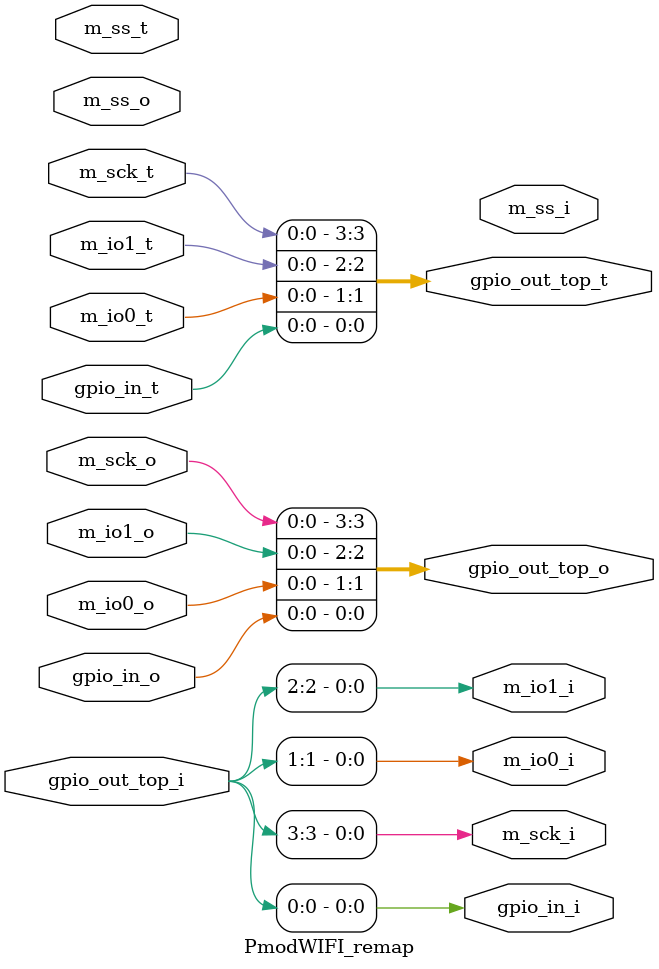
<source format=v>
`timescale 1ns / 1ps


module PmodWIFI_remap (
    // GPIO Slave interface, to be connected to AXI GPIO
    (* X_INTERFACE_INFO = "xilinx.com:interface:gpio:1.0 GPIO_IN TRI_T" *)
    (* X_INTERFACE_PARAMETER = "MODE Slave" *) 
    input [0:0] gpio_in_t, // Tristate output signal (optional)
    (* X_INTERFACE_INFO = "xilinx.com:interface:gpio:1.0 GPIO_IN TRI_O" *)
    input [0:0] gpio_in_o, // Tristate output signal (optional)
    (* X_INTERFACE_INFO = "xilinx.com:interface:gpio:1.0 GPIO_IN TRI_I" *)
    output [0:0] gpio_in_i, // Tristate output signal (optional)
    
    (* X_INTERFACE_INFO = "xilinx.com:interface:spi:1.0 SPI_IN SS_I" *)
    output m_ss_i, // Slave Select Input (optional)
    (* X_INTERFACE_INFO = "xilinx.com:interface:spi:1.0 SPI_IN SS_O" *)
    input m_ss_o, // Slave Select Output (required)
    (* X_INTERFACE_INFO = "xilinx.com:interface:spi:1.0 SPI_IN SS_T" *)
    input m_ss_t, // Slave Select Tri-State Control (required)
    (* X_INTERFACE_INFO = "xilinx.com:interface:spi:1.0 SPI_IN SCK_I" *)
    output m_sck_i, // SPI Clock Input (required)
    (* X_INTERFACE_INFO = "xilinx.com:interface:spi:1.0 SPI_IN SCK_O" *)
    input m_sck_o, // SPI Clock Output (required)
    (* X_INTERFACE_INFO = "xilinx.com:interface:spi:1.0 SPI_IN SCK_T" *)
    input m_sck_t, // SPI Clock Tri-State Control (required)
    (* X_INTERFACE_INFO = "xilinx.com:interface:spi:1.0 SPI_IN IO0_I" *)
    output m_io0_i, // IO0 Input Port (required)
    (* X_INTERFACE_INFO = "xilinx.com:interface:spi:1.0 SPI_IN IO0_O" *)
    input m_io0_o, // IO0 Output Port (required)
    (* X_INTERFACE_INFO = "xilinx.com:interface:spi:1.0 SPI_IN IO0_T" *)
    input m_io0_t, // IO0 Tri-State Control (required)
    (* X_INTERFACE_INFO = "xilinx.com:interface:spi:1.0 SPI_IN IO1_I" *)
    output m_io1_i, // IO1 Input Port (required)
    (* X_INTERFACE_INFO = "xilinx.com:interface:spi:1.0 SPI_IN IO1_O" *)
    input m_io1_o, // IO1 Output Port (required)
    (* X_INTERFACE_INFO = "xilinx.com:interface:spi:1.0 SPI_IN IO1_T" *)
    input m_io1_t, // IO1 Tri-State Control (required)
  
    // GPIO Master interface, to be connected to Pmod Bridge Top Row
    (* X_INTERFACE_INFO = "xilinx.com:interface:gpio:1.0 GPIO_OUT_TOP TRI_T" *)
    output [3:0] gpio_out_top_t, // Tristate output enable signal (optional)
    (* X_INTERFACE_INFO = "xilinx.com:interface:gpio:1.0 GPIO_OUT_TOP TRI_O" *)
    output [3:0] gpio_out_top_o, // Tristate output signal (optional)
    (* X_INTERFACE_INFO = "xilinx.com:interface:gpio:1.0 GPIO_OUT_TOP TRI_I" *)
    input [3:0] gpio_out_top_i // Tristate input signal (optional)
);
    assign {m_sck_i, m_io1_i, m_io0_i, gpio_in_i} = gpio_out_top_i;
    assign gpio_out_top_o = {m_sck_o, m_io1_o, m_io0_o, gpio_in_o};
    assign gpio_out_top_t = {m_sck_t, m_io1_t, m_io0_t, gpio_in_t};
endmodule

</source>
